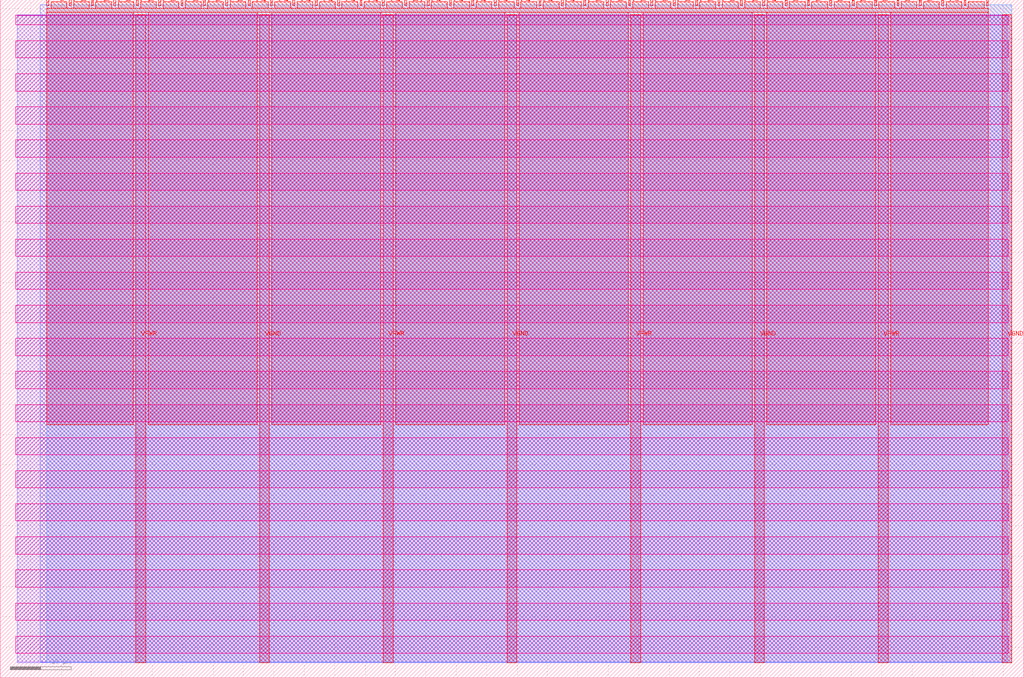
<source format=lef>
VERSION 5.7 ;
  NOWIREEXTENSIONATPIN ON ;
  DIVIDERCHAR "/" ;
  BUSBITCHARS "[]" ;
MACRO tt_um_fifo_stevej
  CLASS BLOCK ;
  FOREIGN tt_um_fifo_stevej ;
  ORIGIN 0.000 0.000 ;
  SIZE 168.360 BY 111.520 ;
  PIN VGND
    DIRECTION INOUT ;
    USE GROUND ;
    PORT
      LAYER met4 ;
        RECT 42.670 2.480 44.270 109.040 ;
    END
    PORT
      LAYER met4 ;
        RECT 83.380 2.480 84.980 109.040 ;
    END
    PORT
      LAYER met4 ;
        RECT 124.090 2.480 125.690 109.040 ;
    END
    PORT
      LAYER met4 ;
        RECT 164.800 2.480 166.400 109.040 ;
    END
  END VGND
  PIN VPWR
    DIRECTION INOUT ;
    USE POWER ;
    PORT
      LAYER met4 ;
        RECT 22.315 2.480 23.915 109.040 ;
    END
    PORT
      LAYER met4 ;
        RECT 63.025 2.480 64.625 109.040 ;
    END
    PORT
      LAYER met4 ;
        RECT 103.735 2.480 105.335 109.040 ;
    END
    PORT
      LAYER met4 ;
        RECT 144.445 2.480 146.045 109.040 ;
    END
  END VPWR
  PIN clk
    DIRECTION INPUT ;
    USE SIGNAL ;
    ANTENNAGATEAREA 0.852000 ;
    PORT
      LAYER met4 ;
        RECT 158.550 110.520 158.850 111.520 ;
    END
  END clk
  PIN ena
    DIRECTION INPUT ;
    USE SIGNAL ;
    ANTENNAGATEAREA 0.196500 ;
    PORT
      LAYER met4 ;
        RECT 162.230 110.520 162.530 111.520 ;
    END
  END ena
  PIN rst_n
    DIRECTION INPUT ;
    USE SIGNAL ;
    ANTENNAGATEAREA 0.196500 ;
    PORT
      LAYER met4 ;
        RECT 154.870 110.520 155.170 111.520 ;
    END
  END rst_n
  PIN ui_in[0]
    DIRECTION INPUT ;
    USE SIGNAL ;
    ANTENNAGATEAREA 0.196500 ;
    PORT
      LAYER met4 ;
        RECT 151.190 110.520 151.490 111.520 ;
    END
  END ui_in[0]
  PIN ui_in[1]
    DIRECTION INPUT ;
    USE SIGNAL ;
    ANTENNAGATEAREA 0.196500 ;
    PORT
      LAYER met4 ;
        RECT 147.510 110.520 147.810 111.520 ;
    END
  END ui_in[1]
  PIN ui_in[2]
    DIRECTION INPUT ;
    USE SIGNAL ;
    ANTENNAGATEAREA 0.196500 ;
    PORT
      LAYER met4 ;
        RECT 143.830 110.520 144.130 111.520 ;
    END
  END ui_in[2]
  PIN ui_in[3]
    DIRECTION INPUT ;
    USE SIGNAL ;
    ANTENNAGATEAREA 0.196500 ;
    PORT
      LAYER met4 ;
        RECT 140.150 110.520 140.450 111.520 ;
    END
  END ui_in[3]
  PIN ui_in[4]
    DIRECTION INPUT ;
    USE SIGNAL ;
    ANTENNAGATEAREA 0.126000 ;
    PORT
      LAYER met4 ;
        RECT 136.470 110.520 136.770 111.520 ;
    END
  END ui_in[4]
  PIN ui_in[5]
    DIRECTION INPUT ;
    USE SIGNAL ;
    ANTENNAGATEAREA 0.196500 ;
    PORT
      LAYER met4 ;
        RECT 132.790 110.520 133.090 111.520 ;
    END
  END ui_in[5]
  PIN ui_in[6]
    DIRECTION INPUT ;
    USE SIGNAL ;
    ANTENNAGATEAREA 0.213000 ;
    PORT
      LAYER met4 ;
        RECT 129.110 110.520 129.410 111.520 ;
    END
  END ui_in[6]
  PIN ui_in[7]
    DIRECTION INPUT ;
    USE SIGNAL ;
    ANTENNAGATEAREA 0.196500 ;
    PORT
      LAYER met4 ;
        RECT 125.430 110.520 125.730 111.520 ;
    END
  END ui_in[7]
  PIN uio_in[0]
    DIRECTION INPUT ;
    USE SIGNAL ;
    PORT
      LAYER met4 ;
        RECT 121.750 110.520 122.050 111.520 ;
    END
  END uio_in[0]
  PIN uio_in[1]
    DIRECTION INPUT ;
    USE SIGNAL ;
    PORT
      LAYER met4 ;
        RECT 118.070 110.520 118.370 111.520 ;
    END
  END uio_in[1]
  PIN uio_in[2]
    DIRECTION INPUT ;
    USE SIGNAL ;
    PORT
      LAYER met4 ;
        RECT 114.390 110.520 114.690 111.520 ;
    END
  END uio_in[2]
  PIN uio_in[3]
    DIRECTION INPUT ;
    USE SIGNAL ;
    PORT
      LAYER met4 ;
        RECT 110.710 110.520 111.010 111.520 ;
    END
  END uio_in[3]
  PIN uio_in[4]
    DIRECTION INPUT ;
    USE SIGNAL ;
    PORT
      LAYER met4 ;
        RECT 107.030 110.520 107.330 111.520 ;
    END
  END uio_in[4]
  PIN uio_in[5]
    DIRECTION INPUT ;
    USE SIGNAL ;
    PORT
      LAYER met4 ;
        RECT 103.350 110.520 103.650 111.520 ;
    END
  END uio_in[5]
  PIN uio_in[6]
    DIRECTION INPUT ;
    USE SIGNAL ;
    ANTENNAGATEAREA 0.196500 ;
    PORT
      LAYER met4 ;
        RECT 99.670 110.520 99.970 111.520 ;
    END
  END uio_in[6]
  PIN uio_in[7]
    DIRECTION INPUT ;
    USE SIGNAL ;
    ANTENNAGATEAREA 0.159000 ;
    PORT
      LAYER met4 ;
        RECT 95.990 110.520 96.290 111.520 ;
    END
  END uio_in[7]
  PIN uio_oe[0]
    DIRECTION OUTPUT TRISTATE ;
    USE SIGNAL ;
    PORT
      LAYER met4 ;
        RECT 33.430 110.520 33.730 111.520 ;
    END
  END uio_oe[0]
  PIN uio_oe[1]
    DIRECTION OUTPUT TRISTATE ;
    USE SIGNAL ;
    PORT
      LAYER met4 ;
        RECT 29.750 110.520 30.050 111.520 ;
    END
  END uio_oe[1]
  PIN uio_oe[2]
    DIRECTION OUTPUT TRISTATE ;
    USE SIGNAL ;
    PORT
      LAYER met4 ;
        RECT 26.070 110.520 26.370 111.520 ;
    END
  END uio_oe[2]
  PIN uio_oe[3]
    DIRECTION OUTPUT TRISTATE ;
    USE SIGNAL ;
    PORT
      LAYER met4 ;
        RECT 22.390 110.520 22.690 111.520 ;
    END
  END uio_oe[3]
  PIN uio_oe[4]
    DIRECTION OUTPUT TRISTATE ;
    USE SIGNAL ;
    PORT
      LAYER met4 ;
        RECT 18.710 110.520 19.010 111.520 ;
    END
  END uio_oe[4]
  PIN uio_oe[5]
    DIRECTION OUTPUT TRISTATE ;
    USE SIGNAL ;
    PORT
      LAYER met4 ;
        RECT 15.030 110.520 15.330 111.520 ;
    END
  END uio_oe[5]
  PIN uio_oe[6]
    DIRECTION OUTPUT TRISTATE ;
    USE SIGNAL ;
    PORT
      LAYER met4 ;
        RECT 11.350 110.520 11.650 111.520 ;
    END
  END uio_oe[6]
  PIN uio_oe[7]
    DIRECTION OUTPUT TRISTATE ;
    USE SIGNAL ;
    PORT
      LAYER met4 ;
        RECT 7.670 110.520 7.970 111.520 ;
    END
  END uio_oe[7]
  PIN uio_out[0]
    DIRECTION OUTPUT TRISTATE ;
    USE SIGNAL ;
    ANTENNADIFFAREA 0.795200 ;
    PORT
      LAYER met4 ;
        RECT 62.870 110.520 63.170 111.520 ;
    END
  END uio_out[0]
  PIN uio_out[1]
    DIRECTION OUTPUT TRISTATE ;
    USE SIGNAL ;
    ANTENNADIFFAREA 0.795200 ;
    PORT
      LAYER met4 ;
        RECT 59.190 110.520 59.490 111.520 ;
    END
  END uio_out[1]
  PIN uio_out[2]
    DIRECTION OUTPUT TRISTATE ;
    USE SIGNAL ;
    ANTENNADIFFAREA 0.445500 ;
    PORT
      LAYER met4 ;
        RECT 55.510 110.520 55.810 111.520 ;
    END
  END uio_out[2]
  PIN uio_out[3]
    DIRECTION OUTPUT TRISTATE ;
    USE SIGNAL ;
    ANTENNADIFFAREA 0.795200 ;
    PORT
      LAYER met4 ;
        RECT 51.830 110.520 52.130 111.520 ;
    END
  END uio_out[3]
  PIN uio_out[4]
    DIRECTION OUTPUT TRISTATE ;
    USE SIGNAL ;
    ANTENNADIFFAREA 0.445500 ;
    PORT
      LAYER met4 ;
        RECT 48.150 110.520 48.450 111.520 ;
    END
  END uio_out[4]
  PIN uio_out[5]
    DIRECTION OUTPUT TRISTATE ;
    USE SIGNAL ;
    ANTENNADIFFAREA 0.445500 ;
    PORT
      LAYER met4 ;
        RECT 44.470 110.520 44.770 111.520 ;
    END
  END uio_out[5]
  PIN uio_out[6]
    DIRECTION OUTPUT TRISTATE ;
    USE SIGNAL ;
    PORT
      LAYER met4 ;
        RECT 40.790 110.520 41.090 111.520 ;
    END
  END uio_out[6]
  PIN uio_out[7]
    DIRECTION OUTPUT TRISTATE ;
    USE SIGNAL ;
    PORT
      LAYER met4 ;
        RECT 37.110 110.520 37.410 111.520 ;
    END
  END uio_out[7]
  PIN uo_out[0]
    DIRECTION OUTPUT TRISTATE ;
    USE SIGNAL ;
    ANTENNADIFFAREA 0.445500 ;
    PORT
      LAYER met4 ;
        RECT 92.310 110.520 92.610 111.520 ;
    END
  END uo_out[0]
  PIN uo_out[1]
    DIRECTION OUTPUT TRISTATE ;
    USE SIGNAL ;
    ANTENNADIFFAREA 0.445500 ;
    PORT
      LAYER met4 ;
        RECT 88.630 110.520 88.930 111.520 ;
    END
  END uo_out[1]
  PIN uo_out[2]
    DIRECTION OUTPUT TRISTATE ;
    USE SIGNAL ;
    ANTENNADIFFAREA 0.445500 ;
    PORT
      LAYER met4 ;
        RECT 84.950 110.520 85.250 111.520 ;
    END
  END uo_out[2]
  PIN uo_out[3]
    DIRECTION OUTPUT TRISTATE ;
    USE SIGNAL ;
    ANTENNADIFFAREA 0.891000 ;
    PORT
      LAYER met4 ;
        RECT 81.270 110.520 81.570 111.520 ;
    END
  END uo_out[3]
  PIN uo_out[4]
    DIRECTION OUTPUT TRISTATE ;
    USE SIGNAL ;
    ANTENNADIFFAREA 0.445500 ;
    PORT
      LAYER met4 ;
        RECT 77.590 110.520 77.890 111.520 ;
    END
  END uo_out[4]
  PIN uo_out[5]
    DIRECTION OUTPUT TRISTATE ;
    USE SIGNAL ;
    ANTENNADIFFAREA 0.445500 ;
    PORT
      LAYER met4 ;
        RECT 73.910 110.520 74.210 111.520 ;
    END
  END uo_out[5]
  PIN uo_out[6]
    DIRECTION OUTPUT TRISTATE ;
    USE SIGNAL ;
    ANTENNADIFFAREA 0.445500 ;
    PORT
      LAYER met4 ;
        RECT 70.230 110.520 70.530 111.520 ;
    END
  END uo_out[6]
  PIN uo_out[7]
    DIRECTION OUTPUT TRISTATE ;
    USE SIGNAL ;
    ANTENNADIFFAREA 0.445500 ;
    PORT
      LAYER met4 ;
        RECT 66.550 110.520 66.850 111.520 ;
    END
  END uo_out[7]
  OBS
      LAYER nwell ;
        RECT 2.570 107.385 165.790 108.990 ;
        RECT 2.570 101.945 165.790 104.775 ;
        RECT 2.570 96.505 165.790 99.335 ;
        RECT 2.570 91.065 165.790 93.895 ;
        RECT 2.570 85.625 165.790 88.455 ;
        RECT 2.570 80.185 165.790 83.015 ;
        RECT 2.570 74.745 165.790 77.575 ;
        RECT 2.570 69.305 165.790 72.135 ;
        RECT 2.570 63.865 165.790 66.695 ;
        RECT 2.570 58.425 165.790 61.255 ;
        RECT 2.570 52.985 165.790 55.815 ;
        RECT 2.570 47.545 165.790 50.375 ;
        RECT 2.570 42.105 165.790 44.935 ;
        RECT 2.570 36.665 165.790 39.495 ;
        RECT 2.570 31.225 165.790 34.055 ;
        RECT 2.570 25.785 165.790 28.615 ;
        RECT 2.570 20.345 165.790 23.175 ;
        RECT 2.570 14.905 165.790 17.735 ;
        RECT 2.570 9.465 165.790 12.295 ;
        RECT 2.570 4.025 165.790 6.855 ;
      LAYER li1 ;
        RECT 2.760 2.635 165.600 108.885 ;
      LAYER met1 ;
        RECT 2.760 2.480 166.400 109.040 ;
      LAYER met2 ;
        RECT 6.540 2.535 166.370 110.685 ;
      LAYER met3 ;
        RECT 7.630 2.555 166.390 110.665 ;
      LAYER met4 ;
        RECT 8.370 110.120 10.950 111.170 ;
        RECT 12.050 110.120 14.630 111.170 ;
        RECT 15.730 110.120 18.310 111.170 ;
        RECT 19.410 110.120 21.990 111.170 ;
        RECT 23.090 110.120 25.670 111.170 ;
        RECT 26.770 110.120 29.350 111.170 ;
        RECT 30.450 110.120 33.030 111.170 ;
        RECT 34.130 110.120 36.710 111.170 ;
        RECT 37.810 110.120 40.390 111.170 ;
        RECT 41.490 110.120 44.070 111.170 ;
        RECT 45.170 110.120 47.750 111.170 ;
        RECT 48.850 110.120 51.430 111.170 ;
        RECT 52.530 110.120 55.110 111.170 ;
        RECT 56.210 110.120 58.790 111.170 ;
        RECT 59.890 110.120 62.470 111.170 ;
        RECT 63.570 110.120 66.150 111.170 ;
        RECT 67.250 110.120 69.830 111.170 ;
        RECT 70.930 110.120 73.510 111.170 ;
        RECT 74.610 110.120 77.190 111.170 ;
        RECT 78.290 110.120 80.870 111.170 ;
        RECT 81.970 110.120 84.550 111.170 ;
        RECT 85.650 110.120 88.230 111.170 ;
        RECT 89.330 110.120 91.910 111.170 ;
        RECT 93.010 110.120 95.590 111.170 ;
        RECT 96.690 110.120 99.270 111.170 ;
        RECT 100.370 110.120 102.950 111.170 ;
        RECT 104.050 110.120 106.630 111.170 ;
        RECT 107.730 110.120 110.310 111.170 ;
        RECT 111.410 110.120 113.990 111.170 ;
        RECT 115.090 110.120 117.670 111.170 ;
        RECT 118.770 110.120 121.350 111.170 ;
        RECT 122.450 110.120 125.030 111.170 ;
        RECT 126.130 110.120 128.710 111.170 ;
        RECT 129.810 110.120 132.390 111.170 ;
        RECT 133.490 110.120 136.070 111.170 ;
        RECT 137.170 110.120 139.750 111.170 ;
        RECT 140.850 110.120 143.430 111.170 ;
        RECT 144.530 110.120 147.110 111.170 ;
        RECT 148.210 110.120 150.790 111.170 ;
        RECT 151.890 110.120 154.470 111.170 ;
        RECT 155.570 110.120 158.150 111.170 ;
        RECT 159.250 110.120 161.830 111.170 ;
        RECT 7.655 109.440 162.545 110.120 ;
        RECT 7.655 41.655 21.915 109.440 ;
        RECT 24.315 41.655 42.270 109.440 ;
        RECT 44.670 41.655 62.625 109.440 ;
        RECT 65.025 41.655 82.980 109.440 ;
        RECT 85.380 41.655 103.335 109.440 ;
        RECT 105.735 41.655 123.690 109.440 ;
        RECT 126.090 41.655 144.045 109.440 ;
        RECT 146.445 41.655 162.545 109.440 ;
  END
END tt_um_fifo_stevej
END LIBRARY


</source>
